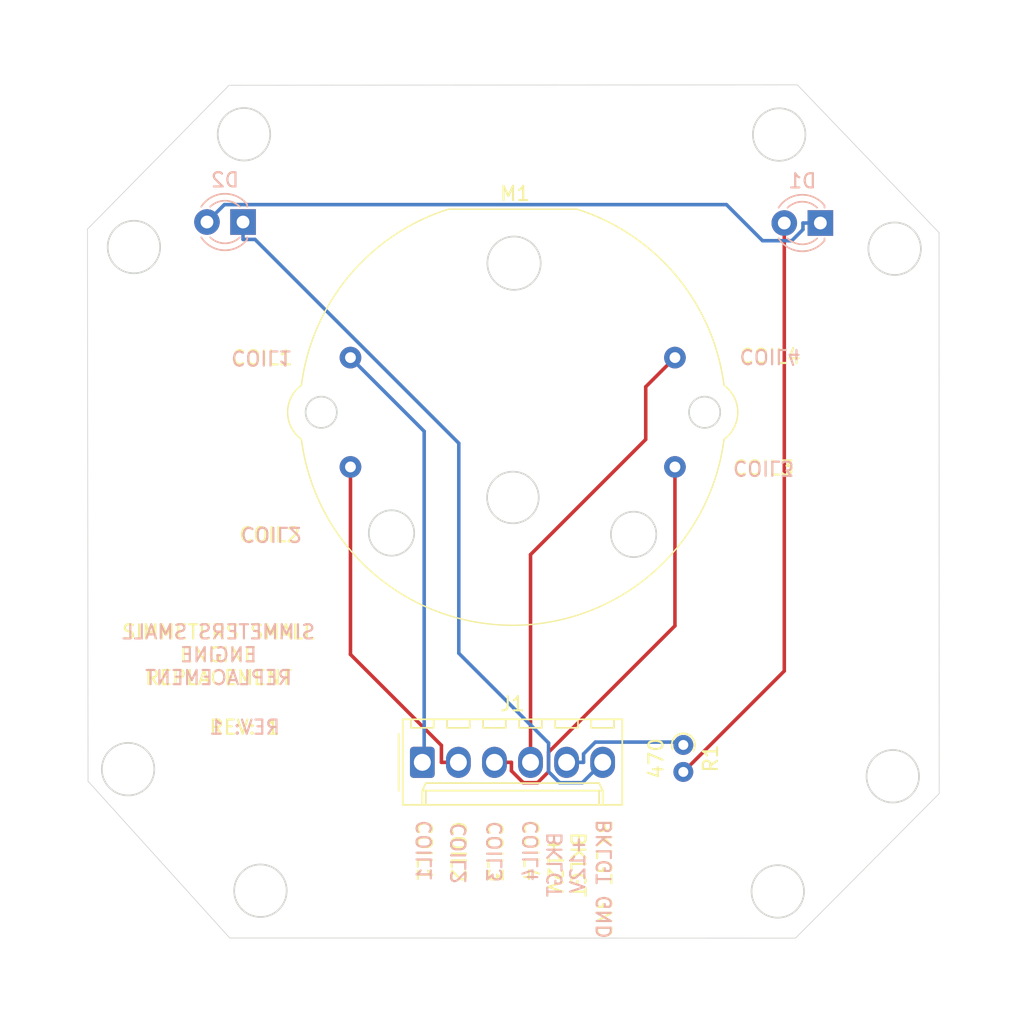
<source format=kicad_pcb>
(kicad_pcb (version 20211014) (generator pcbnew)
  (layers (0 "F.Cu" signal) (31 "B.Cu" signal) (34 "B.Paste" user) (35 "F.Paste" user) (36 "B.SilkS" user "B.Silkscreen") (37 "F.SilkS" user "F.Silkscreen") (38 "B.Mask" user) (39 "F.Mask" user) (44 "Edge.Cuts" user))
  (net 0 "")
  (net 1 "/COIL2")
  (net 2 "/COIL1")
  (net 3 "/COIL4")
  (net 4 "/COIL3")
  (net 5 "Net-(D1-Pad1)")
  (net 6 "Net-(D1-Pad2)")
  (net 7 "/BACKLIGHT_GND")
  (net 8 "/BACKLIGHT_+12V")
  (footprint "Stepper:VID29-05P" (layer "F.Cu") (at 180.0155 94.0119)
    (fp_text reference "M1" (at 0.15 -15.4) (layer "F.SilkS"))
    (fp_text value "VID29-02")
    (fp_line (start -4.543796 -14.3) (end 4.513796 -14.3) (layer "F.SilkS") (width 0.1))
    (fp_arc (start -14.892154 1.904192) (mid -15.865 0.001014) (end -14.893796 -1.903003) (layer "F.SilkS") (width 0.1))
    (fp_arc (start 14.863036 1.908935) (mid -0.01799 14.999999) (end -14.893796 1.903003) (layer "F.SilkS") (width 0.1))
    (fp_arc (start 4.523398 -14.296955) (mid 11.502785 -9.609402) (end 14.863796 -1.903003) (layer "F.SilkS") (width 0.1))
    (fp_arc (start 14.862154 -1.904192) (mid 15.835 -0.001014) (end 14.863796 1.903003) (layer "F.SilkS") (width 0.1))
    (fp_arc (start -14.892514 -1.912994) (mid -11.526329 -9.617135) (end -4.543796 -14.299999) (layer "F.SilkS") (width 0.1))
    (fp_circle (center -13.5 0) (end -12.65 0.7) (layer "Edge.Cuts") (width 0.12) (fill none))
    (fp_circle (center 0 6) (end 1.45 7.1) (layer "Edge.Cuts") (width 0.12) (fill none))
    (fp_circle (center 8.5 8.6) (end 10.1 8.6) (layer "Edge.Cuts") (width 0.12) (fill none))
    (fp_circle (center -8.55 8.5) (end -6.95 8.5) (layer "Edge.Cuts") (width 0.12) (fill none))
    (fp_circle (center 0.078829 -10.5) (end 1.778829 -9.7) (layer "Edge.Cuts") (width 0.12) (fill none))
    (fp_circle (center 13.5 0) (end 14.6 0) (layer "Edge.Cuts") (width 0.12) (fill none))
    (pad "1" thru_hole circle (at -11.44 -3.85) (size 1.524 1.524) (drill 0.762) (layers *.Cu *.Mask) (net 2 "/COIL1"))
    (pad "2" thru_hole circle (at -11.44 3.85) (size 1.524 1.524) (drill 0.762) (layers *.Cu *.Mask) (net 1 "/COIL2"))
    (pad "3" thru_hole circle (at 11.41 3.85) (size 1.524 1.524) (drill 0.762) (layers *.Cu *.Mask) (net 4 "/COIL3"))
    (pad "4" thru_hole circle (at 11.41 -3.85) (size 1.524 1.524) (drill 0.762) (layers *.Cu *.Mask) (net 3 "/COIL4"))
  )
  (footprint "Resistor_THT:R_Axial_DIN0204_L3.6mm_D1.6mm_P1.90mm_Vertical" (layer "F.Cu") (at 192.0155 117.4396 -90)
    (fp_text reference "R1" (at 0.95 -1.92 90) (layer "F.SilkS"))
    (fp_text value "470" (at 0.95 1.92 90) (layer "F.SilkS"))
    (fp_arc (start 0.320095 0.749359) (mid -0.813042 -0.054435) (end 0.417133 -0.7) (layer "F.SilkS") (width 0.12))
    (pad "1" thru_hole circle (at 0 0 270) (size 1.4 1.4) (drill 0.7) (layers *.Cu *.Mask) (net 8 "/BACKLIGHT_+12V"))
    (pad "2" thru_hole oval (at 1.9 0 270) (size 1.4 1.4) (drill 0.7) (layers *.Cu *.Mask) (net 6 "Net-(D1-Pad2)"))
  )
  (footprint "Connector_Molex:Molex_KK-254_AE-6410-06A_1x06_P2.54mm_Vertical" (layer "F.Cu") (at 173.6355 118.6646)
    (fp_text reference "J1" (at 6.35 -4.12) (layer "F.SilkS"))
    (fp_text value "STEPPER")
    (fp_line (start 6.82 -2.43) (end 8.42 -2.43) (layer "F.SilkS") (width 0.12))
    (fp_line (start 3.34 -2.43) (end 3.34 -3.03) (layer "F.SilkS") (width 0.12))
    (fp_line (start 5.88 -2.43) (end 5.88 -3.03) (layer "F.SilkS") (width 0.12))
    (fp_line (start -1.38 2.99) (end 14.08 2.99) (layer "F.SilkS") (width 0.12))
    (fp_line (start 12.45 1.46) (end 12.7 1.99) (layer "F.SilkS") (width 0.12))
    (fp_line (start 6.82 -3.03) (end 6.82 -2.43) (layer "F.SilkS") (width 0.12))
    (fp_line (start 14.08 -3.03) (end -1.38 -3.03) (layer "F.SilkS") (width 0.12))
    (fp_line (start 11.9 -3.03) (end 11.9 -2.43) (layer "F.SilkS") (width 0.12))
    (fp_line (start -0.8 -2.43) (end 0.8 -2.43) (layer "F.SilkS") (width 0.12))
    (fp_line (start 0 1.99) (end 12.7 1.99) (layer "F.SilkS") (width 0.12))
    (fp_line (start 11.9 -2.43) (end 13.5 -2.43) (layer "F.SilkS") (width 0.12))
    (fp_line (start 9.36 -2.43) (end 10.96 -2.43) (layer "F.SilkS") (width 0.12))
    (fp_line (start 13.5 -2.43) (end 13.5 -3.03) (layer "F.SilkS") (width 0.12))
    (fp_line (start 1.74 -3.03) (end 1.74 -2.43) (layer "F.SilkS") (width 0.12))
    (fp_line (start -0.8 -3.03) (end -0.8 -2.43) (layer "F.SilkS") (width 0.12))
    (fp_line (start 10.96 -2.43) (end 10.96 -3.03) (layer "F.SilkS") (width 0.12))
    (fp_line (start 0.8 -2.43) (end 0.8 -3.03) (layer "F.SilkS") (width 0.12))
    (fp_line (start -1.67 -2) (end -1.67 2) (layer "F.SilkS") (width 0.12))
    (fp_line (start 14.08 2.99) (end 14.08 -3.03) (layer "F.SilkS") (width 0.12))
    (fp_line (start 4.28 -2.43) (end 5.88 -2.43) (layer "F.SilkS") (width 0.12))
    (fp_line (start 0.25 2.99) (end 0.25 1.99) (layer "F.SilkS") (width 0.12))
    (fp_line (start 12.7 1.99) (end 12.7 2.99) (layer "F.SilkS") (width 0.12))
    (fp_line (start 1.74 -2.43) (end 3.34 -2.43) (layer "F.SilkS") (width 0.12))
    (fp_line (start 0.25 1.46) (end 12.45 1.46) (layer "F.SilkS") (width 0.12))
    (fp_line (start -1.38 -3.03) (end -1.38 2.99) (layer "F.SilkS") (width 0.12))
    (fp_line (start 0 1.99) (end 0.25 1.46) (layer "F.SilkS") (width 0.12))
    (fp_line (start 4.28 -3.03) (end 4.28 -2.43) (layer "F.SilkS") (width 0.12))
    (fp_line (start 12.45 2.99) (end 12.45 1.99) (layer "F.SilkS") (width 0.12))
    (fp_line (start 0 2.99) (end 0 1.99) (layer "F.SilkS") (width 0.12))
    (fp_line (start 8.42 -2.43) (end 8.42 -3.03) (layer "F.SilkS") (width 0.12))
    (fp_line (start 9.36 -3.03) (end 9.36 -2.43) (layer "F.SilkS") (width 0.12))
    (pad "1" thru_hole roundrect (at 0 0) (size 1.74 2.19) (drill 1.19) (layers *.Cu *.Mask) (roundrect_rratio 0.1436781609) (net 2 "/COIL1"))
    (pad "2" thru_hole oval (at 2.54 0) (size 1.74 2.19) (drill 1.19) (layers *.Cu *.Mask) (net 1 "/COIL2"))
    (pad "3" thru_hole oval (at 5.08 0) (size 1.74 2.19) (drill 1.19) (layers *.Cu *.Mask) (net 4 "/COIL3"))
    (pad "4" thru_hole oval (at 7.62 0) (size 1.74 2.19) (drill 1.19) (layers *.Cu *.Mask) (net 3 "/COIL4"))
    (pad "5" thru_hole oval (at 10.16 0) (size 1.74 2.19) (drill 1.19) (layers *.Cu *.Mask) (net 8 "/BACKLIGHT_+12V"))
    (pad "6" thru_hole oval (at 12.7 0) (size 1.74 2.19) (drill 1.19) (layers *.Cu *.Mask) (net 7 "/BACKLIGHT_GND"))
  )
  (footprint "LED_THT:LED_D3.0mm" (layer "B.Cu") (at 161.0105 80.6146 180)
    (fp_text reference "D2" (at 1.27 2.96) (layer "B.SilkS") (effects (justify mirror)))
    (fp_text value "LED")
    (fp_line (start -0.29 -1.08) (end -0.29 -1.236) (layer "B.SilkS") (width 0.12))
    (fp_line (start -0.29 1.236) (end -0.29 1.08) (layer "B.SilkS") (width 0.12))
    (fp_arc (start 0.229039 -1.08) (mid 1.270117 -1.5) (end 2.31113 -1.079837) (layer "B.SilkS") (width 0.12))
    (fp_arc (start 2.942335 1.078608) (mid 1.366487 1.987659) (end -0.29 1.235516) (layer "B.SilkS") (width 0.12))
    (fp_arc (start -0.29 -1.235516) (mid 1.366487 -1.987659) (end 2.942335 -1.078608) (layer "B.SilkS") (width 0.12))
    (fp_arc (start 2.31113 1.079837) (mid 1.270117 1.5) (end 0.229039 1.08) (layer "B.SilkS") (width 0.12))
    (pad "1" thru_hole rect (at 0 0 180) (size 1.8 1.8) (drill 0.9) (layers *.Cu *.Mask) (net 7 "/BACKLIGHT_GND"))
    (pad "2" thru_hole circle (at 2.54 0 180) (size 1.8 1.8) (drill 0.9) (layers *.Cu *.Mask) (net 5 "Net-(D1-Pad1)"))
  )
  (footprint "LED_THT:LED_D3.0mm" (layer "B.Cu") (at 201.6655 80.6846 180)
    (fp_text reference "D1" (at 1.27 2.96) (layer "B.SilkS") (effects (justify mirror)))
    (fp_text value "LED")
    (fp_line (start -0.29 -1.08) (end -0.29 -1.236) (layer "B.SilkS") (width 0.12))
    (fp_line (start -0.29 1.236) (end -0.29 1.08) (layer "B.SilkS") (width 0.12))
    (fp_arc (start 2.31113 1.079837) (mid 1.270117 1.5) (end 0.229039 1.08) (layer "B.SilkS") (width 0.12))
    (fp_arc (start 2.942335 1.078608) (mid 1.366487 1.987659) (end -0.29 1.235516) (layer "B.SilkS") (width 0.12))
    (fp_arc (start 0.229039 -1.08) (mid 1.270117 -1.5) (end 2.31113 -1.079837) (layer "B.SilkS") (width 0.12))
    (fp_arc (start -0.29 -1.235516) (mid 1.366487 -1.987659) (end 2.942335 -1.078608) (layer "B.SilkS") (width 0.12))
    (pad "1" thru_hole rect (at 0 0 180) (size 1.8 1.8) (drill 0.9) (layers *.Cu *.Mask) (net 5 "Net-(D1-Pad1)"))
    (pad "2" thru_hole circle (at 2.54 0 180) (size 1.8 1.8) (drill 0.9) (layers *.Cu *.Mask) (net 6 "Net-(D1-Pad2)"))
  )
  (gr_line (start 199.915515 131.044574) (end 210.035515 120.864574) (layer "Edge.Cuts") (width 0.05))
  (gr_line (start 210.025515 81.364574) (end 210.035515 120.864574) (layer "Edge.Cuts") (width 0.05))
  (gr_circle (center 198.665515 127.754574) (end 200.515515 127.754574) (layer "Edge.Cuts") (width 0.12) (fill none))
  (gr_circle (center 161.075515 74.434574) (end 162.925515 74.434574) (layer "Edge.Cuts") (width 0.12) (fill none))
  (gr_line (start 150.095515 119.994574) (end 160.075515 131.034574) (layer "Edge.Cuts") (width 0.05))
  (gr_line (start 199.915515 131.044574) (end 160.075515 131.034574) (layer "Edge.Cuts") (width 0.05))
  (gr_circle (center 153.325515 82.374574) (end 155.175515 82.374574) (layer "Edge.Cuts") (width 0.12) (fill none))
  (gr_circle (center 152.915515 119.144574) (end 154.765515 119.144574) (layer "Edge.Cuts") (width 0.12) (fill none))
  (gr_circle (center 162.235515 127.704574) (end 164.085515 127.704574) (layer "Edge.Cuts") (width 0.12) (fill none))
  (gr_circle (center 206.895515 82.494574) (end 208.745515 82.494574) (layer "Edge.Cuts") (width 0.12) (fill none))
  (gr_line (start 200.045515 70.954574) (end 210.025515 81.364574) (layer "Edge.Cuts") (width 0.05))
  (gr_circle (center 198.765515 74.454574) (end 200.615515 74.454574) (layer "Edge.Cuts") (width 0.12) (fill none))
  (gr_line (start 160.025515 70.984574) (end 200.045515 70.954574) (layer "Edge.Cuts") (width 0.05))
  (gr_line (start 150.055515 81.114574) (end 160.025515 70.984574) (layer "Edge.Cuts") (width 0.05))
  (gr_line (start 150.055515 81.114574) (end 150.095515 119.994574) (layer "Edge.Cuts") (width 0.05))
  (gr_circle (center 206.765515 119.644574) (end 208.615515 119.644574) (layer "Edge.Cuts") (width 0.12) (fill none))
  (gr_text "SIMMETERS SMALL\nENGINE\nREPLACEMENT" (at 159.285515 111.094574) (layer "B.SilkS") (effects (font (size 1 1)) (justify mirror)))
  (gr_text "COIL1" (at 173.775515 124.884574 -270) (layer "B.SilkS") (effects (font (size 1 1)) (justify mirror)))
  (gr_text "COIL3" (at 197.665515 97.944574 -180) (layer "B.SilkS") (effects (font (size 1 1)) (justify mirror)))
  (gr_text "COIL4" (at 198.125515 90.084574 -180) (layer "B.SilkS") (effects (font (size 1 1)) (justify mirror)))
  (gr_text "COIL3" (at 178.745515 124.954574 -270) (layer "B.SilkS") (effects (font (size 1 1)) (justify mirror)))
  (gr_text "COIL2" (at 163.005515 102.604574 -180) (layer "B.SilkS") (effects (font (size 1 1)) (justify mirror)))
  (gr_text "REV: 1" (at 161.125515 116.194574) (layer "B.SilkS") (effects (font (size 1 1)) (justify mirror)))
  (gr_text "COIL2" (at 176.205515 125.074574 -270) (layer "B.SilkS") (effects (font (size 1 1)) (justify mirror)))
  (gr_text "BKLGT GND" (at 186.455515 122.594574 -270) (layer "B.SilkS") (effects (font (size 1 1)) (justify left mirror)))
  (gr_text "BKLGT\n+12V" (at 183.785515 125.864574 -270) (layer "B.SilkS") (effects (font (size 1 1)) (justify mirror)))
  (gr_text "COIL4" (at 181.275515 124.884574 -270) (layer "B.SilkS") (effects (font (size 1 1)) (justify mirror)))
  (gr_text "COIL1" (at 162.325515 90.184574 -180) (layer "B.SilkS") (effects (font (size 1 1)) (justify mirror)))
  (gr_text "REV: 1" (at 161.125515 116.194574) (layer "F.SilkS") (effects (font (size 1 1))))
  (gr_text "COIL2" (at 162.885515 102.644574) (layer "F.SilkS") (effects (font (size 1 1))))
  (gr_text "COIL4" (at 181.275515 124.884574 270) (layer "F.SilkS") (effects (font (size 1 1))))
  (gr_text "COIL3" (at 178.745515 124.954574 270) (layer "F.SilkS") (effects (font (size 1 1))))
  (gr_text "COIL1" (at 162.355515 90.184574) (layer "F.SilkS") (effects (font (size 1 1))))
  (gr_text "BKLGT\n+12V" (at 183.785515 125.864574 270) (layer "F.SilkS") (effects (font (size 1 1))))
  (gr_text "COIL4" (at 198.125515 90.084574) (layer "F.SilkS") (effects (font (size 1 1))))
  (gr_text "COIL2" (at 176.165515 124.954574 270) (layer "F.SilkS") (effects (font (size 1 1))))
  (gr_text "BKLGT GND" (at 186.405515 122.594574 270) (layer "F.SilkS") (effects (font (size 1 1)) (justify left)))
  (gr_text "COIL1" (at 173.775515 124.914574 270) (layer "F.SilkS") (effects (font (size 1 1))))
  (gr_text "COIL3" (at 197.665515 97.944574) (layer "F.SilkS") (effects (font (size 1 1))))
  (gr_text "SIMMETERS SMALL\nENGINE\nREPLACEMENT" (at 159.285515 111.094574) (layer "F.SilkS") (effects (font (size 1 1))))
  (segment (start 174.9802 118.6646) (end 174.9802 117.4693) (width 0.25) (layer "F.Cu") (net 1))
  (segment (start 168.5755 111.0646) (end 168.5755 97.8619) (width 0.25) (layer "F.Cu") (net 1))
  (segment (start 176.1755 118.6646) (end 174.9802 118.6646) (width 0.25) (layer "F.Cu") (net 1))
  (segment (start 174.9802 117.4693) (end 168.5755 111.0646) (width 0.25) (layer "F.Cu") (net 1))
  (segment (start 173.7668 95.3532) (end 173.7668 118.5333) (width 0.25) (layer "B.Cu") (net 2))
  (segment (start 168.5755 90.1619) (end 173.7668 95.3532) (width 0.25) (layer "B.Cu") (net 2))
  (segment (start 173.7668 118.5333) (end 173.6355 118.6646) (width 0.25) (layer "B.Cu") (net 2))
  (segment (start 189.3682 92.2192) (end 191.4255 90.1619) (width 0.25) (layer "F.Cu") (net 3))
  (segment (start 181.2555 104.0353) (end 189.3682 95.9226) (width 0.25) (layer "F.Cu") (net 3))
  (segment (start 189.3682 95.9226) (end 189.3682 92.2192) (width 0.25) (layer "F.Cu") (net 3))
  (segment (start 181.2555 118.6646) (end 181.2555 104.0353) (width 0.25) (layer "F.Cu") (net 3))
  (segment (start 179.9108 118.6646) (end 179.9108 119.2622) (width 0.25) (layer "F.Cu") (net 4))
  (segment (start 182.5255 117.9501) (end 191.4255 109.0501) (width 0.25) (layer "F.Cu") (net 4))
  (segment (start 182.5255 119.3232) (end 182.5255 117.9501) (width 0.25) (layer "F.Cu") (net 4))
  (segment (start 181.7526 120.0961) (end 182.5255 119.3232) (width 0.25) (layer "F.Cu") (net 4))
  (segment (start 178.7155 118.6646) (end 179.9108 118.6646) (width 0.25) (layer "F.Cu") (net 4))
  (segment (start 191.4255 109.0501) (end 191.4255 97.8619) (width 0.25) (layer "F.Cu") (net 4))
  (segment (start 180.7447 120.0961) (end 181.7526 120.0961) (width 0.25) (layer "F.Cu") (net 4))
  (segment (start 179.9108 119.2622) (end 180.7447 120.0961) (width 0.25) (layer "F.Cu") (net 4))
  (segment (start 195.0546 79.3892) (end 159.6959 79.3892) (width 0.25) (layer "B.Cu") (net 5))
  (segment (start 199.6539 81.9304) (end 197.5958 81.9304) (width 0.25) (layer "B.Cu") (net 5))
  (segment (start 159.6959 79.3892) (end 158.4705 80.6146) (width 0.25) (layer "B.Cu") (net 5))
  (segment (start 201.6655 80.6846) (end 200.4402 80.6846) (width 0.25) (layer "B.Cu") (net 5))
  (segment (start 197.5958 81.9304) (end 195.0546 79.3892) (width 0.25) (layer "B.Cu") (net 5))
  (segment (start 200.4402 81.1441) (end 199.6539 81.9304) (width 0.25) (layer "B.Cu") (net 5))
  (segment (start 200.4402 80.6846) (end 200.4402 81.1441) (width 0.25) (layer "B.Cu") (net 5))
  (segment (start 199.1255 80.6846) (end 199.1255 112.2296) (width 0.25) (layer "F.Cu") (net 6))
  (segment (start 199.1255 112.2296) (end 192.0155 119.3396) (width 0.25) (layer "F.Cu") (net 6))
  (segment (start 176.2042 110.979) (end 182.5255 117.3003) (width 0.25) (layer "B.Cu") (net 7))
  (segment (start 182.5255 119.3214) (end 183.3015 120.0974) (width 0.25) (layer "B.Cu") (net 7))
  (segment (start 183.3015 120.0974) (end 184.9027 120.0974) (width 0.25) (layer "B.Cu") (net 7))
  (segment (start 182.5255 117.3003) (end 182.5255 119.3214) (width 0.25) (layer "B.Cu") (net 7))
  (segment (start 161.8529 81.8399) (end 176.2042 96.1912) (width 0.25) (layer "B.Cu") (net 7))
  (segment (start 176.2042 96.1912) (end 176.2042 110.979) (width 0.25) (layer "B.Cu") (net 7))
  (segment (start 161.0105 80.6146) (end 161.0105 81.8399) (width 0.25) (layer "B.Cu") (net 7))
  (segment (start 184.9027 120.0974) (end 186.3355 118.6646) (width 0.25) (layer "B.Cu") (net 7))
  (segment (start 161.0105 81.8399) (end 161.8529 81.8399) (width 0.25) (layer "B.Cu") (net 7))
  (segment (start 191.8131 117.2372) (end 192.0155 117.4396) (width 0.25) (layer "B.Cu") (net 8))
  (segment (start 184.9908 118.6646) (end 184.9908 118.0669) (width 0.25) (layer "B.Cu") (net 8))
  (segment (start 183.7955 118.6646) (end 184.9908 118.6646) (width 0.25) (layer "B.Cu") (net 8))
  (segment (start 185.8205 117.2372) (end 191.8131 117.2372) (width 0.25) (layer "B.Cu") (net 8))
  (segment (start 184.9908 118.0669) (end 185.8205 117.2372) (width 0.25) (layer "B.Cu") (net 8))
)
</source>
